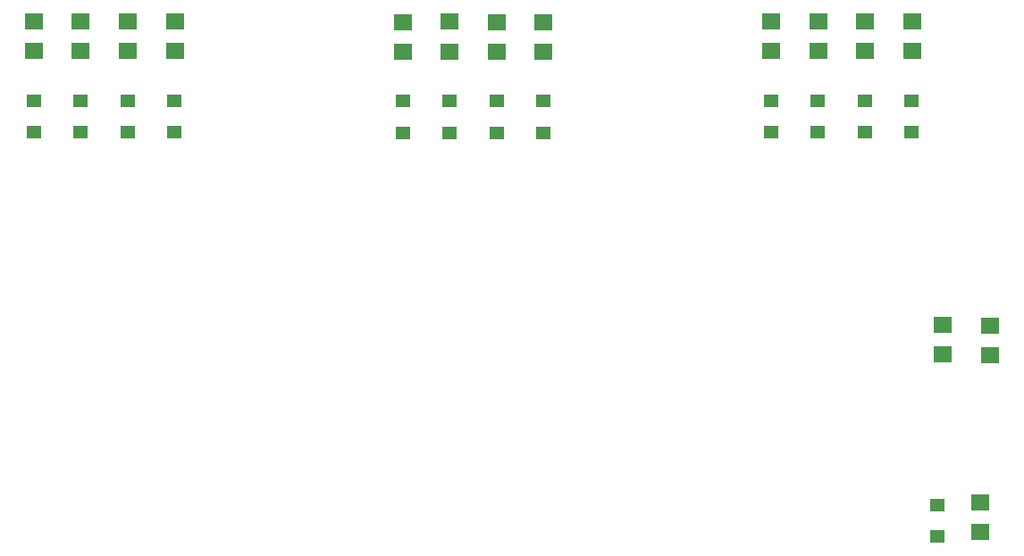
<source format=gtp>
G75*
%MOIN*%
%OFA0B0*%
%FSLAX25Y25*%
%IPPOS*%
%LPD*%
%AMOC8*
5,1,8,0,0,1.08239X$1,22.5*
%
%ADD10R,0.07087X0.06299*%
%ADD11R,0.05512X0.04724*%
D10*
X0064737Y0271417D03*
X0064737Y0282440D03*
X0082207Y0282369D03*
X0082207Y0271345D03*
X0099751Y0271417D03*
X0099751Y0282440D03*
X0117270Y0282403D03*
X0117270Y0271379D03*
X0202463Y0271230D03*
X0202463Y0282253D03*
X0219923Y0282294D03*
X0219923Y0271271D03*
X0237413Y0271252D03*
X0237413Y0282275D03*
X0254923Y0282246D03*
X0254923Y0271223D03*
X0339691Y0271370D03*
X0339691Y0282394D03*
X0357274Y0282443D03*
X0357274Y0271419D03*
X0374762Y0271341D03*
X0374762Y0282365D03*
X0392304Y0282401D03*
X0392304Y0271378D03*
X0403717Y0169124D03*
X0403717Y0158100D03*
X0421360Y0157901D03*
X0421360Y0168924D03*
X0417727Y0102863D03*
X0417727Y0091839D03*
D11*
X0064731Y0241010D03*
X0064731Y0252821D03*
X0082234Y0252826D03*
X0082234Y0241015D03*
X0099759Y0240980D03*
X0099759Y0252791D03*
X0117234Y0252828D03*
X0117234Y0241017D03*
X0202435Y0240893D03*
X0202435Y0252704D03*
X0219881Y0252676D03*
X0219881Y0240865D03*
X0237465Y0240843D03*
X0237465Y0252654D03*
X0254918Y0252678D03*
X0254918Y0240867D03*
X0339719Y0241028D03*
X0339719Y0252839D03*
X0357216Y0252852D03*
X0357216Y0241041D03*
X0374691Y0241028D03*
X0374691Y0252839D03*
X0392231Y0252774D03*
X0392231Y0240963D03*
X0401911Y0101898D03*
X0401911Y0090087D03*
M02*

</source>
